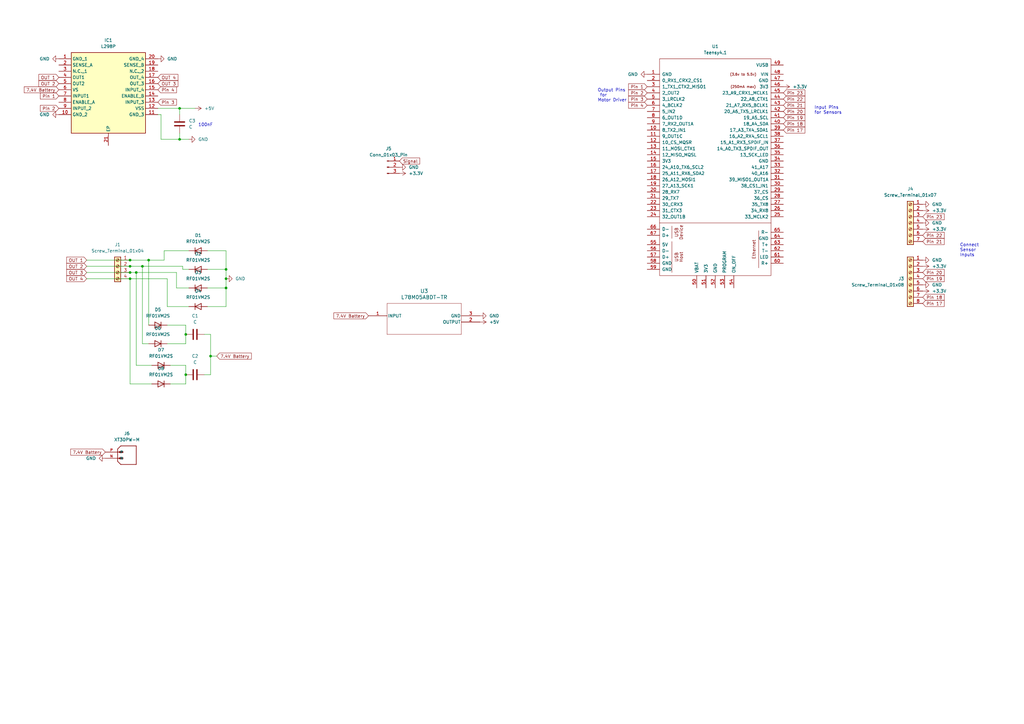
<source format=kicad_sch>
(kicad_sch (version 20230121) (generator eeschema)
  (paper "A3")
  (lib_symbols
    (symbol "Connector:Conn_01x03_Pin" (pin_names (offset 1.016) hide)
      (property "Reference" "J" (at 0 5.08 0))
      (property "Value" "Conn_01x03_Pin" (at 0 -5.08 0))
      (symbol "Conn_01x03_Pin_1_1"
        (polyline (pts (xy 1.27 -2.54) (xy 0.8636 -2.54)) (stroke (width 0.1524)))
        (polyline (pts (xy 1.27 0) (xy 0.8636 0)) (stroke (width 0.1524)))
        (polyline (pts (xy 1.27 2.54) (xy 0.8636 2.54)) (stroke (width 0.1524)))
        (rectangle (start 0.8636 -2.413) (end 0 -2.667) (stroke (width 0.1524)) (fill (type outline)))
        (rectangle (start 0.8636 0.127) (end 0 -0.127) (stroke (width 0.1524)) (fill (type outline)))
        (rectangle (start 0.8636 2.667) (end 0 2.413) (stroke (width 0.1524)) (fill (type outline)))
        (pin passive line (at 5.08 2.54 180) (length 3.81) (name "Pin_1") (number "1"))
        (pin passive line (at 5.08 0 180) (length 3.81) (name "Pin_2") (number "2"))
        (pin passive line (at 5.08 -2.54 180) (length 3.81) (name "Pin_3") (number "3"))
      )
    )
    (symbol "Connector:Screw_Terminal_01x04" (pin_names (offset 1.016) hide)
      (property "Reference" "J" (at 0 5.08 0))
      (property "Value" "Screw_Terminal_01x04" (at 0 -7.62 0))
      (symbol "Screw_Terminal_01x04_1_1"
        (rectangle (start -1.27 3.81) (end 1.27 -6.35) (stroke (width 0.254)) (fill (type background)))
        (circle (center 0 -5.08) (radius 0.635) (stroke (width 0.1524)))
        (circle (center 0 -2.54) (radius 0.635) (stroke (width 0.1524)))
        (polyline (pts (xy -0.5334 -4.7498) (xy 0.3302 -5.588)) (stroke (width 0.1524)))
        (polyline (pts (xy -0.5334 -2.2098) (xy 0.3302 -3.048)) (stroke (width 0.1524)))
        (polyline (pts (xy -0.5334 0.3302) (xy 0.3302 -0.508)) (stroke (width 0.1524)))
        (polyline (pts (xy -0.5334 2.8702) (xy 0.3302 2.032)) (stroke (width 0.1524)))
        (polyline (pts (xy -0.3556 -4.572) (xy 0.508 -5.4102)) (stroke (width 0.1524)))
        (polyline (pts (xy -0.3556 -2.032) (xy 0.508 -2.8702)) (stroke (width 0.1524)))
        (polyline (pts (xy -0.3556 0.508) (xy 0.508 -0.3302)) (stroke (width 0.1524)))
        (polyline (pts (xy -0.3556 3.048) (xy 0.508 2.2098)) (stroke (width 0.1524)))
        (circle (center 0 0) (radius 0.635) (stroke (width 0.1524)))
        (circle (center 0 2.54) (radius 0.635) (stroke (width 0.1524)))
        (pin passive line (at -5.08 2.54 0) (length 3.81) (name "Pin_1") (number "1"))
        (pin passive line (at -5.08 0 0) (length 3.81) (name "Pin_2") (number "2"))
        (pin passive line (at -5.08 -2.54 0) (length 3.81) (name "Pin_3") (number "3"))
        (pin passive line (at -5.08 -5.08 0) (length 3.81) (name "Pin_4") (number "4"))
      )
    )
    (symbol "Connector:Screw_Terminal_01x07" (pin_names (offset 1.016) hide)
      (property "Reference" "J" (at 0 10.16 0))
      (property "Value" "Screw_Terminal_01x07" (at 0 -10.16 0))
      (symbol "Screw_Terminal_01x07_1_1"
        (rectangle (start -1.27 8.89) (end 1.27 -8.89) (stroke (width 0.254)) (fill (type background)))
        (circle (center 0 -7.62) (radius 0.635) (stroke (width 0.1524)))
        (circle (center 0 -5.08) (radius 0.635) (stroke (width 0.1524)))
        (circle (center 0 -2.54) (radius 0.635) (stroke (width 0.1524)))
        (polyline (pts (xy -0.5334 -7.2898) (xy 0.3302 -8.128)) (stroke (width 0.1524)))
        (polyline (pts (xy -0.5334 -4.7498) (xy 0.3302 -5.588)) (stroke (width 0.1524)))
        (polyline (pts (xy -0.5334 -2.2098) (xy 0.3302 -3.048)) (stroke (width 0.1524)))
        (polyline (pts (xy -0.5334 0.3302) (xy 0.3302 -0.508)) (stroke (width 0.1524)))
        (polyline (pts (xy -0.5334 2.8702) (xy 0.3302 2.032)) (stroke (width 0.1524)))
        (polyline (pts (xy -0.5334 5.4102) (xy 0.3302 4.572)) (stroke (width 0.1524)))
        (polyline (pts (xy -0.5334 7.9502) (xy 0.3302 7.112)) (stroke (width 0.1524)))
        (polyline (pts (xy -0.3556 -7.112) (xy 0.508 -7.9502)) (stroke (width 0.1524)))
        (polyline (pts (xy -0.3556 -4.572) (xy 0.508 -5.4102)) (stroke (width 0.1524)))
        (polyline (pts (xy -0.3556 -2.032) (xy 0.508 -2.8702)) (stroke (width 0.1524)))
        (polyline (pts (xy -0.3556 0.508) (xy 0.508 -0.3302)) (stroke (width 0.1524)))
        (polyline (pts (xy -0.3556 3.048) (xy 0.508 2.2098)) (stroke (width 0.1524)))
        (polyline (pts (xy -0.3556 5.588) (xy 0.508 4.7498)) (stroke (width 0.1524)))
        (polyline (pts (xy -0.3556 8.128) (xy 0.508 7.2898)) (stroke (width 0.1524)))
        (circle (center 0 0) (radius 0.635) (stroke (width 0.1524)))
        (circle (center 0 2.54) (radius 0.635) (stroke (width 0.1524)))
        (circle (center 0 5.08) (radius 0.635) (stroke (width 0.1524)))
        (circle (center 0 7.62) (radius 0.635) (stroke (width 0.1524)))
        (pin passive line (at -5.08 7.62 0) (length 3.81) (name "Pin_1") (number "1"))
        (pin passive line (at -5.08 5.08 0) (length 3.81) (name "Pin_2") (number "2"))
        (pin passive line (at -5.08 2.54 0) (length 3.81) (name "Pin_3") (number "3"))
        (pin passive line (at -5.08 0 0) (length 3.81) (name "Pin_4") (number "4"))
        (pin passive line (at -5.08 -2.54 0) (length 3.81) (name "Pin_5") (number "5"))
        (pin passive line (at -5.08 -5.08 0) (length 3.81) (name "Pin_6") (number "6"))
        (pin passive line (at -5.08 -7.62 0) (length 3.81) (name "Pin_7") (number "7"))
      )
    )
    (symbol "Connector:Screw_Terminal_01x08" (pin_names (offset 1.016) hide)
      (property "Reference" "J" (at 0 10.16 0))
      (property "Value" "Screw_Terminal_01x08" (at 0 -12.7 0))
      (symbol "Screw_Terminal_01x08_1_1"
        (rectangle (start -1.27 8.89) (end 1.27 -11.43) (stroke (width 0.254)) (fill (type background)))
        (circle (center 0 -10.16) (radius 0.635) (stroke (width 0.1524)))
        (circle (center 0 -7.62) (radius 0.635) (stroke (width 0.1524)))
        (circle (center 0 -5.08) (radius 0.635) (stroke (width 0.1524)))
        (circle (center 0 -2.54) (radius 0.635) (stroke (width 0.1524)))
        (polyline (pts (xy -0.5334 -9.8298) (xy 0.3302 -10.668)) (stroke (width 0.1524)))
        (polyline (pts (xy -0.5334 -7.2898) (xy 0.3302 -8.128)) (stroke (width 0.1524)))
        (polyline (pts (xy -0.5334 -4.7498) (xy 0.3302 -5.588)) (stroke (width 0.1524)))
        (polyline (pts (xy -0.5334 -2.2098) (xy 0.3302 -3.048)) (stroke (width 0.1524)))
        (polyline (pts (xy -0.5334 0.3302) (xy 0.3302 -0.508)) (stroke (width 0.1524)))
        (polyline (pts (xy -0.5334 2.8702) (xy 0.3302 2.032)) (stroke (width 0.1524)))
        (polyline (pts (xy -0.5334 5.4102) (xy 0.3302 4.572)) (stroke (width 0.1524)))
        (polyline (pts (xy -0.5334 7.9502) (xy 0.3302 7.112)) (stroke (width 0.1524)))
        (polyline (pts (xy -0.3556 -9.652) (xy 0.508 -10.4902)) (stroke (width 0.1524)))
        (polyline (pts (xy -0.3556 -7.112) (xy 0.508 -7.9502)) (stroke (width 0.1524)))
        (polyline (pts (xy -0.3556 -4.572) (xy 0.508 -5.4102)) (stroke (width 0.1524)))
        (polyline (pts (xy -0.3556 -2.032) (xy 0.508 -2.8702)) (stroke (width 0.1524)))
        (polyline (pts (xy -0.3556 0.508) (xy 0.508 -0.3302)) (stroke (width 0.1524)))
        (polyline (pts (xy -0.3556 3.048) (xy 0.508 2.2098)) (stroke (width 0.1524)))
        (polyline (pts (xy -0.3556 5.588) (xy 0.508 4.7498)) (stroke (width 0.1524)))
        (polyline (pts (xy -0.3556 8.128) (xy 0.508 7.2898)) (stroke (width 0.1524)))
        (circle (center 0 0) (radius 0.635) (stroke (width 0.1524)))
        (circle (center 0 2.54) (radius 0.635) (stroke (width 0.1524)))
        (circle (center 0 5.08) (radius 0.635) (stroke (width 0.1524)))
        (circle (center 0 7.62) (radius 0.635) (stroke (width 0.1524)))
        (pin passive line (at -5.08 7.62 0) (length 3.81) (name "Pin_1") (number "1"))
        (pin passive line (at -5.08 5.08 0) (length 3.81) (name "Pin_2") (number "2"))
        (pin passive line (at -5.08 2.54 0) (length 3.81) (name "Pin_3") (number "3"))
        (pin passive line (at -5.08 0 0) (length 3.81) (name "Pin_4") (number "4"))
        (pin passive line (at -5.08 -2.54 0) (length 3.81) (name "Pin_5") (number "5"))
        (pin passive line (at -5.08 -5.08 0) (length 3.81) (name "Pin_6") (number "6"))
        (pin passive line (at -5.08 -7.62 0) (length 3.81) (name "Pin_7") (number "7"))
        (pin passive line (at -5.08 -10.16 0) (length 3.81) (name "Pin_8") (number "8"))
      )
    )
    (symbol "Device:C" (pin_numbers hide) (pin_names (offset 0.254))
      (property "Reference" "C" (at 0.635 2.54 0))
      (property "Value" "C" (at 0.635 -2.54 0))
      (symbol "C_0_1"
        (polyline (pts (xy -2.032 -0.762) (xy 2.032 -0.762)) (stroke (width 0.508)))
        (polyline (pts (xy -2.032 0.762) (xy 2.032 0.762)) (stroke (width 0.508)))
      )
      (symbol "C_1_1"
        (pin passive line (at 0 3.81 270) (length 2.794) (name "~") (number "1"))
        (pin passive line (at 0 -3.81 90) (length 2.794) (name "~") (number "2"))
      )
    )
    (symbol "Diode:RF01VM2S" (pin_numbers hide) (pin_names hide)
      (property "Reference" "D" (at 0 2.54 0))
      (property "Value" "RF01VM2S" (at 0 -2.54 0))
      (symbol "RF01VM2S_0_1"
        (polyline (pts (xy -1.27 1.27) (xy -1.27 -1.27)) (stroke (width 0.254)))
        (polyline (pts (xy 1.27 0) (xy -1.27 0)))
        (polyline (pts (xy 1.27 1.27) (xy 1.27 -1.27) (xy -1.27 0) (xy 1.27 1.27)) (stroke (width 0.254)))
      )
      (symbol "RF01VM2S_1_1"
        (pin passive line (at -3.81 0 0) (length 2.54) (name "K") (number "1"))
        (pin passive line (at 3.81 0 180) (length 2.54) (name "A") (number "2"))
      )
    )
    (symbol "L298P:L298P"
      (property "Reference" "IC" (at 36.83 7.62 0))
      (property "Value" "L298P" (at 36.83 5.08 0))
      (symbol "L298P_1_1"
        (rectangle (start 5.08 2.54) (end 35.56 -30.48) (stroke (width 0.254)) (fill (type background)))
        (pin passive line (at 0 0 0) (length 5.08) (name "GND_1") (number "1"))
        (pin passive line (at 0 -22.86 0) (length 5.08) (name "GND_2") (number "10"))
        (pin passive line (at 40.64 -22.86 180) (length 5.08) (name "GND_3") (number "11"))
        (pin passive line (at 40.64 -20.32 180) (length 5.08) (name "VSS") (number "12"))
        (pin passive line (at 40.64 -17.78 180) (length 5.08) (name "INPUT_3") (number "13"))
        (pin passive line (at 40.64 -15.24 180) (length 5.08) (name "ENABLE_B") (number "14"))
        (pin passive line (at 40.64 -12.7 180) (length 5.08) (name "INPUT_4") (number "15"))
        (pin passive line (at 40.64 -10.16 180) (length 5.08) (name "OUT_3") (number "16"))
        (pin passive line (at 40.64 -7.62 180) (length 5.08) (name "OUT_4") (number "17"))
        (pin passive line (at 40.64 -5.08 180) (length 5.08) (name "N.C._2") (number "18"))
        (pin passive line (at 40.64 -2.54 180) (length 5.08) (name "SENSE_B") (number "19"))
        (pin passive line (at 0 -2.54 0) (length 5.08) (name "SENSE_A") (number "2"))
        (pin passive line (at 40.64 0 180) (length 5.08) (name "GND_4") (number "20"))
        (pin passive line (at 20.32 -35.56 90) (length 5.08) (name "EP") (number "21"))
        (pin passive line (at 0 -5.08 0) (length 5.08) (name "N.C._1") (number "3"))
        (pin passive line (at 0 -7.62 0) (length 5.08) (name "OUT1") (number "4"))
        (pin passive line (at 0 -10.16 0) (length 5.08) (name "OUT2") (number "5"))
        (pin passive line (at 0 -12.7 0) (length 5.08) (name "VS") (number "6"))
        (pin passive line (at 0 -15.24 0) (length 5.08) (name "INPUT1") (number "7"))
        (pin passive line (at 0 -17.78 0) (length 5.08) (name "ENABLE_A") (number "8"))
        (pin passive line (at 0 -20.32 0) (length 5.08) (name "INPUT_2") (number "9"))
      )
    )
    (symbol "L78M05ABDT-TR:L78M05ABDT-TR" (pin_names (offset 0.254))
      (property "Reference" "U" (at 22.86 10.16 0))
      (property "Value" "L78M05ABDT-TR" (at 22.86 7.62 0))
      (symbol "L78M05ABDT-TR_0_1"
        (polyline (pts (xy 7.62 -7.62) (xy 38.1 -7.62)) (stroke (width 0.127)))
        (polyline (pts (xy 7.62 5.08) (xy 7.62 -7.62)) (stroke (width 0.127)))
        (polyline (pts (xy 38.1 -7.62) (xy 38.1 5.08)) (stroke (width 0.127)))
        (polyline (pts (xy 38.1 5.08) (xy 7.62 5.08)) (stroke (width 0.127)))
        (pin input line (at 0 0 0) (length 7.62) (name "INPUT") (number "1"))
        (pin output line (at 45.72 -2.54 180) (length 7.62) (name "OUTPUT") (number "2"))
        (pin power_out line (at 45.72 0 180) (length 7.62) (name "GND") (number "3"))
      )
    )
    (symbol "XT30PW-M:XT30PW-M" (pin_names (offset 1.016))
      (property "Reference" "J" (at -7.62 3.302 0))
      (property "Value" "XT30PW-M" (at -7.62 -7.62 0))
      (symbol "XT30PW-M_0_0"
        (rectangle (start -2.2225 -2.8575) (end -0.635 -2.2225) (stroke (width 0.1)) (fill (type outline)))
        (rectangle (start -2.2225 -0.3175) (end -0.635 0.3175) (stroke (width 0.1)) (fill (type outline)))
        (polyline (pts (xy -7.62 -5.08) (xy -7.62 2.54)) (stroke (width 0.254)))
        (polyline (pts (xy -7.62 2.54) (xy -1.27 2.54)) (stroke (width 0.254)))
        (polyline (pts (xy -1.27 -5.08) (xy -7.62 -5.08)) (stroke (width 0.254)))
        (polyline (pts (xy 0 -3.81) (xy -1.27 -5.08)) (stroke (width 0.254)))
        (polyline (pts (xy 0 -2.54) (xy -1.905 -2.54)) (stroke (width 0.254)))
        (polyline (pts (xy 0 0) (xy -1.905 0)) (stroke (width 0.254)))
        (polyline (pts (xy 0 0) (xy 0 -3.81)) (stroke (width 0.254)))
        (polyline (pts (xy 0 1.27) (xy -1.27 2.54)) (stroke (width 0.254)))
        (polyline (pts (xy 0 1.27) (xy 0 0)) (stroke (width 0.254)))
        (pin power_in line (at 5.08 -2.54 180) (length 5.08) (name "N") (number "N"))
        (pin power_in line (at 5.08 0 180) (length 5.08) (name "P") (number "P"))
      )
    )
    (symbol "power:+3.3V" (power) (pin_names (offset 0))
      (property "Value" "+3.3V" (at 0 3.556 0))
      (symbol "+3.3V_0_1"
        (polyline (pts (xy -0.762 1.27) (xy 0 2.54)))
        (polyline (pts (xy 0 0) (xy 0 2.54)))
        (polyline (pts (xy 0 2.54) (xy 0.762 1.27)))
      )
      (symbol "+3.3V_1_1"
        (pin power_in line (at 0 0 90) (length 0) hide (name "+3.3V") (number "1"))
      )
    )
    (symbol "power:+5V" (power) (pin_names (offset 0))
      (property "Value" "+5V" (at 0 3.556 0))
      (symbol "+5V_0_1"
        (polyline (pts (xy -0.762 1.27) (xy 0 2.54)))
        (polyline (pts (xy 0 0) (xy 0 2.54)))
        (polyline (pts (xy 0 2.54) (xy 0.762 1.27)))
      )
      (symbol "+5V_1_1"
        (pin power_in line (at 0 0 90) (length 0) hide (name "+5V") (number "1"))
      )
    )
    (symbol "power:GND" (power) (pin_names (offset 0))
      (property "Value" "GND" (at 0 -3.81 0))
      (symbol "GND_0_1"
        (polyline (pts (xy 0 0) (xy 0 -1.27) (xy 1.27 -1.27) (xy 0 -2.54) (xy -1.27 -1.27) (xy 0 -1.27)))
      )
      (symbol "GND_1_1"
        (pin power_in line (at 0 0 270) (length 0) hide (name "GND") (number "1"))
      )
    )
    (symbol "teensy:Teensy4.1" (pin_names (offset 1.016))
      (property "Reference" "U" (at 0 64.77 0))
      (property "Value" "Teensy4.1" (at 0 62.23 0))
      (symbol "Teensy4.1_0_0"
        (polyline (pts (xy -22.86 -6.35) (xy 22.86 -6.35)))
        (polyline (pts (xy -17.78 -26.67) (xy -17.78 -13.97)))
        (polyline (pts (xy -17.78 -7.62) (xy -17.78 -12.7)))
        (polyline (pts (xy 17.78 -9.525) (xy 17.78 -24.765)))
        (text "(250mA max)" (at 11.43 49.53 0) (effects (font (size 1.016 1.016))))
        (text "(3.6v to 5.5v)" (at 11.43 54.61 0) (effects (font (size 1.016 1.016))))
        (text "Device" (at -13.97 -10.16 900) (effects (font (size 1.27 1.27))))
        (text "Ethernet" (at 15.875 -17.145 900) (effects (font (size 1.27 1.27))))
        (text "Host" (at -13.97 -20.32 900) (effects (font (size 1.27 1.27))))
        (text "USB" (at -15.875 -20.32 900) (effects (font (size 1.27 1.27))))
        (text "USB" (at -15.875 -10.16 900) (effects (font (size 1.27 1.27))))
        (pin bidirectional line (at -27.94 31.75 0) (length 5.08) (name "8_TX2_IN1") (number "10"))
        (pin bidirectional line (at -27.94 29.21 0) (length 5.08) (name "9_OUT1C") (number "11"))
        (pin bidirectional line (at -27.94 26.67 0) (length 5.08) (name "10_CS_MQSR") (number "12"))
        (pin bidirectional line (at -27.94 24.13 0) (length 5.08) (name "11_MOSI_CTX1") (number "13"))
        (pin bidirectional line (at -27.94 21.59 0) (length 5.08) (name "12_MISO_MQSL") (number "14"))
        (pin power_in line (at -27.94 19.05 0) (length 5.08) (name "3V3") (number "15"))
        (pin bidirectional line (at -27.94 16.51 0) (length 5.08) (name "24_A10_TX6_SCL2") (number "16"))
        (pin bidirectional line (at -27.94 13.97 0) (length 5.08) (name "25_A11_RX6_SDA2") (number "17"))
        (pin bidirectional line (at -27.94 11.43 0) (length 5.08) (name "26_A12_MOSI1") (number "18"))
        (pin bidirectional line (at -27.94 8.89 0) (length 5.08) (name "27_A13_SCK1") (number "19"))
        (pin bidirectional line (at -27.94 6.35 0) (length 5.08) (name "28_RX7") (number "20"))
        (pin bidirectional line (at -27.94 3.81 0) (length 5.08) (name "29_TX7") (number "21"))
        (pin bidirectional line (at -27.94 1.27 0) (length 5.08) (name "30_CRX3") (number "22"))
        (pin bidirectional line (at -27.94 -1.27 0) (length 5.08) (name "31_CTX3") (number "23"))
        (pin bidirectional line (at -27.94 -3.81 0) (length 5.08) (name "32_OUT1B") (number "24"))
        (pin bidirectional line (at 27.94 -3.81 180) (length 5.08) (name "33_MCLK2") (number "25"))
        (pin bidirectional line (at 27.94 -1.27 180) (length 5.08) (name "34_RX8") (number "26"))
        (pin bidirectional line (at 27.94 1.27 180) (length 5.08) (name "35_TX8") (number "27"))
        (pin bidirectional line (at 27.94 3.81 180) (length 5.08) (name "36_CS") (number "28"))
        (pin bidirectional line (at 27.94 6.35 180) (length 5.08) (name "37_CS") (number "29"))
        (pin bidirectional line (at 27.94 8.89 180) (length 5.08) (name "38_CS1_IN1") (number "30"))
        (pin bidirectional line (at 27.94 11.43 180) (length 5.08) (name "39_MISO1_OUT1A") (number "31"))
        (pin bidirectional line (at 27.94 13.97 180) (length 5.08) (name "40_A16") (number "32"))
        (pin bidirectional line (at 27.94 16.51 180) (length 5.08) (name "41_A17") (number "33"))
        (pin bidirectional line (at 27.94 21.59 180) (length 5.08) (name "13_SCK_LED") (number "35"))
        (pin bidirectional line (at 27.94 24.13 180) (length 5.08) (name "14_A0_TX3_SPDIF_OUT") (number "36"))
        (pin bidirectional line (at 27.94 26.67 180) (length 5.08) (name "15_A1_RX3_SPDIF_IN") (number "37"))
        (pin bidirectional line (at 27.94 29.21 180) (length 5.08) (name "16_A2_RX4_SCL1") (number "38"))
        (pin bidirectional line (at 27.94 31.75 180) (length 5.08) (name "17_A3_TX4_SDA1") (number "39"))
        (pin bidirectional line (at 27.94 34.29 180) (length 5.08) (name "18_A4_SDA") (number "40"))
        (pin bidirectional line (at 27.94 36.83 180) (length 5.08) (name "19_A5_SCL") (number "41"))
        (pin bidirectional line (at 27.94 39.37 180) (length 5.08) (name "20_A6_TX5_LRCLK1") (number "42"))
        (pin bidirectional line (at 27.94 41.91 180) (length 5.08) (name "21_A7_RX5_BCLK1") (number "43"))
        (pin bidirectional line (at 27.94 44.45 180) (length 5.08) (name "22_A8_CTX1") (number "44"))
        (pin bidirectional line (at 27.94 46.99 180) (length 5.08) (name "23_A9_CRX1_MCLK1") (number "45"))
        (pin output line (at 27.94 49.53 180) (length 5.08) (name "3V3") (number "46"))
        (pin output line (at 27.94 52.07 180) (length 5.08) (name "GND") (number "47"))
        (pin power_in line (at 27.94 54.61 180) (length 5.08) (name "VIN") (number "48"))
        (pin power_out line (at 27.94 58.42 180) (length 5.08) (name "VUSB") (number "49"))
        (pin bidirectional line (at -27.94 44.45 0) (length 5.08) (name "3_LRCLK2") (number "5"))
        (pin power_in line (at -7.62 -33.02 90) (length 5.08) (name "VBAT") (number "50"))
        (pin power_in line (at -3.81 -33.02 90) (length 5.08) (name "3V3") (number "51"))
        (pin input line (at 0 -33.02 90) (length 5.08) (name "GND") (number "52"))
        (pin input line (at 3.81 -33.02 90) (length 5.08) (name "PROGRAM") (number "53"))
        (pin input line (at 7.62 -33.02 90) (length 5.08) (name "ON_OFF") (number "54"))
        (pin power_out line (at -27.94 -15.24 0) (length 5.08) (name "5V") (number "55"))
        (pin bidirectional line (at -27.94 -17.78 0) (length 5.08) (name "D-") (number "56"))
        (pin bidirectional line (at -27.94 -20.32 0) (length 5.08) (name "D+") (number "57"))
        (pin power_in line (at -27.94 -22.86 0) (length 5.08) (name "GND") (number "58"))
        (pin power_in line (at -27.94 -25.4 0) (length 5.08) (name "GND") (number "59"))
        (pin bidirectional line (at -27.94 41.91 0) (length 5.08) (name "4_BCLK2") (number "6"))
        (pin bidirectional line (at 27.94 -22.86 180) (length 5.08) (name "R+") (number "60"))
        (pin bidirectional line (at 27.94 -20.32 180) (length 5.08) (name "LED") (number "61"))
        (pin bidirectional line (at 27.94 -17.78 180) (length 5.08) (name "T-") (number "62"))
        (pin bidirectional line (at 27.94 -15.24 180) (length 5.08) (name "T+") (number "63"))
        (pin power_in line (at 27.94 -12.7 180) (length 5.08) (name "GND") (number "64"))
        (pin bidirectional line (at 27.94 -10.16 180) (length 5.08) (name "R-") (number "65"))
        (pin bidirectional line (at -27.94 -8.89 0) (length 5.08) (name "D-") (number "66"))
        (pin bidirectional line (at -27.94 -11.43 0) (length 5.08) (name "D+") (number "67"))
        (pin bidirectional line (at -27.94 39.37 0) (length 5.08) (name "5_IN2") (number "7"))
        (pin bidirectional line (at -27.94 36.83 0) (length 5.08) (name "6_OUT1D") (number "8"))
        (pin bidirectional line (at -27.94 34.29 0) (length 5.08) (name "7_RX2_OUT1A") (number "9"))
      )
      (symbol "Teensy4.1_0_1"
        (rectangle (start -22.86 60.96) (end 22.86 -27.94))
        (rectangle (start -20.32 -1.27) (end -20.32 -1.27))
      )
      (symbol "Teensy4.1_1_1"
        (pin power_in line (at -27.94 54.61 0) (length 5.08) (name "GND") (number "1"))
        (pin bidirectional line (at -27.94 52.07 0) (length 5.08) (name "0_RX1_CRX2_CS1") (number "2"))
        (pin bidirectional line (at -27.94 49.53 0) (length 5.08) (name "1_TX1_CTX2_MISO1") (number "3"))
        (pin power_in line (at 27.94 19.05 180) (length 5.08) (name "GND") (number "34"))
        (pin bidirectional line (at -27.94 46.99 0) (length 5.08) (name "2_OUT2") (number "4"))
      )
    )
  )
  (junction (at 92.71 118.11))
  (junction (at 86.36 146.05))
  (junction (at 73.66 57.15))
  (junction (at 92.71 110.49))
  (junction (at 92.71 114.3))
  (junction (at 53.34 109.22))
  (junction (at 58.42 109.22))
  (junction (at 60.96 106.68))
  (junction (at 76.2 137.16))
  (junction (at 53.34 111.76))
  (junction (at 53.34 114.3))
  (junction (at 76.2 153.67))
  (junction (at 73.66 44.45))
  (junction (at 55.88 111.76))
  (junction (at 53.34 106.68))
  (wire (pts (xy 53.34 157.48) (xy 53.34 114.3)))
  (wire (pts (xy 69.85 149.86) (xy 76.2 149.86)))
  (wire (pts (xy 55.88 149.86) (xy 55.88 111.76)))
  (wire (pts (xy 53.34 114.3) (xy 68.58 114.3)))
  (wire (pts (xy 74.93 110.49) (xy 77.47 110.49)))
  (wire (pts (xy 62.23 157.48) (xy 53.34 157.48)))
  (wire (pts (xy 86.36 146.05) (xy 88.9 146.05)))
  (wire (pts (xy 68.58 114.3) (xy 68.58 125.73)))
  (wire (pts (xy 74.93 109.22) (xy 74.93 110.49)))
  (wire (pts (xy 55.88 111.76) (xy 72.39 111.76)))
  (wire (pts (xy 73.66 57.15) (xy 66.04 57.15)))
  (wire (pts (xy 85.09 118.11) (xy 92.71 118.11)))
  (wire (pts (xy 77.47 57.15) (xy 73.66 57.15)))
  (wire (pts (xy 35.56 106.68) (xy 53.34 106.68)))
  (wire (pts (xy 62.23 149.86) (xy 55.88 149.86)))
  (wire (pts (xy 53.34 111.76) (xy 55.88 111.76)))
  (wire (pts (xy 92.71 110.49) (xy 92.71 114.3)))
  (wire (pts (xy 73.66 54.61) (xy 73.66 57.15)))
  (wire (pts (xy 85.09 125.73) (xy 92.71 125.73)))
  (wire (pts (xy 83.82 153.67) (xy 86.36 153.67)))
  (wire (pts (xy 73.66 44.45) (xy 73.66 46.99)))
  (wire (pts (xy 86.36 137.16) (xy 86.36 146.05)))
  (wire (pts (xy 58.42 140.97) (xy 58.42 109.22)))
  (wire (pts (xy 86.36 146.05) (xy 86.36 153.67)))
  (wire (pts (xy 73.66 44.45) (xy 64.77 44.45)))
  (wire (pts (xy 68.58 125.73) (xy 77.47 125.73)))
  (wire (pts (xy 60.96 106.68) (xy 67.31 106.68)))
  (wire (pts (xy 68.58 133.35) (xy 76.2 133.35)))
  (wire (pts (xy 76.2 157.48) (xy 76.2 153.67)))
  (wire (pts (xy 58.42 109.22) (xy 74.93 109.22)))
  (wire (pts (xy 76.2 133.35) (xy 76.2 137.16)))
  (wire (pts (xy 80.01 44.45) (xy 73.66 44.45)))
  (wire (pts (xy 69.85 157.48) (xy 76.2 157.48)))
  (wire (pts (xy 76.2 149.86) (xy 76.2 153.67)))
  (wire (pts (xy 67.31 106.68) (xy 67.31 102.87)))
  (wire (pts (xy 35.56 114.3) (xy 53.34 114.3)))
  (wire (pts (xy 72.39 111.76) (xy 72.39 118.11)))
  (wire (pts (xy 53.34 106.68) (xy 60.96 106.68)))
  (wire (pts (xy 68.58 140.97) (xy 76.2 140.97)))
  (wire (pts (xy 92.71 125.73) (xy 92.71 118.11)))
  (wire (pts (xy 83.82 137.16) (xy 86.36 137.16)))
  (wire (pts (xy 92.71 102.87) (xy 92.71 110.49)))
  (wire (pts (xy 67.31 102.87) (xy 77.47 102.87)))
  (wire (pts (xy 66.04 57.15) (xy 66.04 46.99)))
  (wire (pts (xy 60.96 140.97) (xy 58.42 140.97)))
  (wire (pts (xy 60.96 106.68) (xy 60.96 133.35)))
  (wire (pts (xy 53.34 109.22) (xy 58.42 109.22)))
  (wire (pts (xy 35.56 109.22) (xy 53.34 109.22)))
  (wire (pts (xy 92.71 118.11) (xy 92.71 114.3)))
  (wire (pts (xy 35.56 111.76) (xy 53.34 111.76)))
  (wire (pts (xy 85.09 110.49) (xy 92.71 110.49)))
  (wire (pts (xy 72.39 118.11) (xy 77.47 118.11)))
  (wire (pts (xy 66.04 46.99) (xy 64.77 46.99)))
  (wire (pts (xy 76.2 140.97) (xy 76.2 137.16)))
  (wire (pts (xy 85.09 102.87) (xy 92.71 102.87)))
  (text "Output Pins\n for \nMotor Driver" (at 245.11 41.91 0) (effects (font (size 1.27 1.27)) (justify left bottom)))
  (text "100nF" (at 81.28 52.07 0) (effects (font (size 1.27 1.27)) (justify left bottom)))
  (text "Input Pins \nfor Sensors" (at 334.01 46.99 0) (effects (font (size 1.27 1.27)) (justify left bottom)))
  (text "Connect \nSensor \nInputs" (at 393.7 105.41 0) (effects (font (size 1.27 1.27)) (justify left bottom)))
  (global_label "OUT 4" (shape input) (at 64.77 31.75 0) (property "Intersheetrefs" "${INTERSHEET_REFS}" (effects hide)))
  (global_label "Pin 18" (shape input) (at 321.31 50.8 0) (property "Intersheetrefs" "${INTERSHEET_REFS}" (effects hide)))
  (global_label "OUT 3" (shape input) (at 64.77 34.29 0) (property "Intersheetrefs" "${INTERSHEET_REFS}" (effects hide)))
  (global_label "OUT 4" (shape input) (at 35.56 114.3 180) (property "Intersheetrefs" "${INTERSHEET_REFS}" (effects hide)))
  (global_label "7.4V Battery" (shape input) (at 24.13 36.83 180) (property "Intersheetrefs" "${INTERSHEET_REFS}" (effects hide)))
  (global_label "Pin 17" (shape input) (at 378.46 124.46 0) (property "Intersheetrefs" "${INTERSHEET_REFS}" (effects hide)))
  (global_label "Pin 20" (shape input) (at 378.46 111.76 0) (property "Intersheetrefs" "${INTERSHEET_REFS}" (effects hide)))
  (global_label "Pin 4" (shape input) (at 265.43 43.18 180) (property "Intersheetrefs" "${INTERSHEET_REFS}" (effects hide)))
  (global_label "Pin 21" (shape input) (at 321.31 43.18 0) (property "Intersheetrefs" "${INTERSHEET_REFS}" (effects hide)))
  (global_label "Pin 19" (shape input) (at 378.46 114.3 0) (property "Intersheetrefs" "${INTERSHEET_REFS}" (effects hide)))
  (global_label "7.4V Battery" (shape input) (at 88.9 146.05 0) (property "Intersheetrefs" "${INTERSHEET_REFS}" (effects hide)))
  (global_label "Pin 18" (shape input) (at 378.46 121.92 0) (property "Intersheetrefs" "${INTERSHEET_REFS}" (effects hide)))
  (global_label "OUT 2" (shape input) (at 35.56 109.22 180) (property "Intersheetrefs" "${INTERSHEET_REFS}" (effects hide)))
  (global_label "Pin 21" (shape input) (at 378.46 99.06 0) (property "Intersheetrefs" "${INTERSHEET_REFS}" (effects hide)))
  (global_label "OUT 1" (shape input) (at 35.56 106.68 180) (property "Intersheetrefs" "${INTERSHEET_REFS}" (effects hide)))
  (global_label "OUT 2" (shape input) (at 24.13 34.29 180) (property "Intersheetrefs" "${INTERSHEET_REFS}" (effects hide)))
  (global_label "Pin 23" (shape input) (at 321.31 38.1 0) (property "Intersheetrefs" "${INTERSHEET_REFS}" (effects hide)))
  (global_label "Pin 17" (shape input) (at 321.31 53.34 0) (property "Intersheetrefs" "${INTERSHEET_REFS}" (effects hide)))
  (global_label "Pin 22" (shape input) (at 321.31 40.64 0) (property "Intersheetrefs" "${INTERSHEET_REFS}" (effects hide)))
  (global_label "Pin 3" (shape input) (at 265.43 40.64 180) (property "Intersheetrefs" "${INTERSHEET_REFS}" (effects hide)))
  (global_label "Pin 23" (shape input) (at 378.46 88.9 0) (property "Intersheetrefs" "${INTERSHEET_REFS}" (effects hide)))
  (global_label "7.4V Battery" (shape input) (at 151.13 129.54 180) (property "Intersheetrefs" "${INTERSHEET_REFS}" (effects hide)))
  (global_label "OUT 3" (shape input) (at 35.56 111.76 180) (property "Intersheetrefs" "${INTERSHEET_REFS}" (effects hide)))
  (global_label "Pin 2" (shape input) (at 265.43 38.1 180) (property "Intersheetrefs" "${INTERSHEET_REFS}" (effects hide)))
  (global_label "Pin 1" (shape input) (at 265.43 35.56 180) (property "Intersheetrefs" "${INTERSHEET_REFS}" (effects hide)))
  (global_label "Pin 4" (shape input) (at 64.77 36.83 0) (property "Intersheetrefs" "${INTERSHEET_REFS}" (effects hide)))
  (global_label "Pin 20" (shape input) (at 321.31 45.72 0) (property "Intersheetrefs" "${INTERSHEET_REFS}" (effects hide)))
  (global_label "Signal" (shape input) (at 163.83 66.04 0) (property "Intersheetrefs" "${INTERSHEET_REFS}" (effects hide)))
  (global_label "Pin 19" (shape input) (at 321.31 48.26 0) (property "Intersheetrefs" "${INTERSHEET_REFS}" (effects hide)))
  (global_label "Pin 3" (shape input) (at 64.77 41.91 0) (property "Intersheetrefs" "${INTERSHEET_REFS}" (effects hide)))
  (global_label "7.4V Battery" (shape input) (at 43.18 185.42 180) (property "Intersheetrefs" "${INTERSHEET_REFS}" (effects hide)))
  (global_label "Pin 22" (shape input) (at 378.46 96.52 0) (property "Intersheetrefs" "${INTERSHEET_REFS}" (effects hide)))
  (global_label "Pin 1" (shape input) (at 24.13 39.37 180) (property "Intersheetrefs" "${INTERSHEET_REFS}" (effects hide)))
  (global_label "OUT 1" (shape input) (at 24.13 31.75 180) (property "Intersheetrefs" "${INTERSHEET_REFS}" (effects hide)))
  (global_label "Pin 2" (shape input) (at 24.13 44.45 180) (property "Intersheetrefs" "${INTERSHEET_REFS}" (effects hide)))
  (symbol (lib_id "power:GND") (at 24.13 46.99 270) (unit 1)
    (property "Reference" "#PWR05" (effects hide))
    (property "Value" "GND" (at 20.32 46.99 90) (effects (justify right)))
  )
  (symbol (lib_id "Device:C") (at 80.01 137.16 90) (unit 1)
    (property "Reference" "C1" (at 80.01 129.54 90))
    (property "Value" "C" (at 80.01 132.08 90))
  )
  (symbol (lib_id "Diode:RF01VM2S") (at 66.04 157.48 0) (mirror y) (unit 1)
    (property "Reference" "D8" (at 66.04 151.13 0))
    (property "Value" "RF01VM2S" (at 66.04 153.67 0))
    (property "Footprint" "Diode_SMD:D_SOD-323" (effects hide))
    (property "Datasheet" "https://fscdn.rohm.com/en/products/databook/datasheet/discrete/diode/fast_recovery/rf01vm2s.pdf" (effects hide))
    (property "Sim.Device" "D" (effects hide))
    (property "Sim.Pins" "1=K 2=A" (effects hide))
  )
  (symbol (lib_id "Diode:RF01VM2S") (at 64.77 133.35 0) (mirror y) (unit 1)
    (property "Reference" "D5" (at 64.77 127 0))
    (property "Value" "RF01VM2S" (at 64.77 129.54 0))
    (property "Footprint" "Diode_SMD:D_SOD-323" (effects hide))
    (property "Datasheet" "https://fscdn.rohm.com/en/products/databook/datasheet/discrete/diode/fast_recovery/rf01vm2s.pdf" (effects hide))
    (property "Sim.Device" "D" (effects hide))
    (property "Sim.Pins" "1=K 2=A" (effects hide))
  )
  (symbol (lib_id "power:+3.3V") (at 378.46 119.38 270) (unit 1)
    (property "Reference" "#PWR013" (effects hide))
    (property "Value" "+3.3V" (at 382.27 119.38 90) (effects (justify left)))
  )
  (symbol (lib_id "teensy:Teensy4.1") (at 293.37 85.09 0) (unit 1)
    (property "Reference" "U1" (at 293.37 19.05 0))
    (property "Value" "Teensy4.1" (at 293.37 21.59 0))
    (property "Footprint" "RW_Wasabi:Teensy41" (effects hide))
  )
  (symbol (lib_id "Diode:RF01VM2S") (at 81.28 110.49 0) (unit 1)
    (property "Reference" "D2" (at 81.28 104.14 0))
    (property "Value" "RF01VM2S" (at 81.28 106.68 0))
    (property "Footprint" "Diode_SMD:D_SOD-323" (effects hide))
    (property "Datasheet" "https://fscdn.rohm.com/en/products/databook/datasheet/discrete/diode/fast_recovery/rf01vm2s.pdf" (effects hide))
    (property "Sim.Device" "D" (effects hide))
    (property "Sim.Pins" "1=K 2=A" (effects hide))
  )
  (symbol (lib_id "power:+3.3V") (at 321.31 35.56 270) (unit 1)
    (property "Reference" "#PWR017" (effects hide))
    (property "Value" "+3.3V" (at 325.12 35.56 90) (effects (justify left)))
  )
  (symbol (lib_id "power:+3.3V") (at 378.46 86.36 270) (unit 1)
    (property "Reference" "#PWR020" (effects hide))
    (property "Value" "+3.3V" (at 382.27 86.36 90) (effects (justify left)))
  )
  (symbol (lib_id "Connector:Screw_Terminal_01x07") (at 373.38 91.44 0) (mirror y) (unit 1)
    (property "Reference" "J4" (at 373.38 77.47 0))
    (property "Value" "Screw_Terminal_01x07" (at 373.38 80.01 0))
  )
  (symbol (lib_id "power:GND") (at 64.77 24.13 90) (unit 1)
    (property "Reference" "#PWR02" (effects hide))
    (property "Value" "GND" (at 68.58 24.13 90) (effects (justify right)))
  )
  (symbol (lib_id "power:+5V") (at 196.85 132.08 270) (unit 1)
    (property "Reference" "#PWR011" (effects hide))
    (property "Value" "+5V" (at 200.66 132.08 90) (effects (justify left)))
  )
  (symbol (lib_id "L298P:L298P") (at 24.13 24.13 0) (unit 1)
    (property "Reference" "IC1" (at 44.45 16.51 0))
    (property "Value" "L298P" (at 44.45 19.05 0))
    (property "Footprint" "RW_Wasabi:L298P" (effects hide))
    (property "Datasheet" "https://datasheet.datasheetarchive.com/originals/distributors/Datasheets-32/DSA-634400.pdf" (effects hide))
    (property "Height" "3.6" (effects hide))
    (property "Mouser Part Number" "511-L298P" (effects hide))
    (property "Mouser Price/Stock" "https://www.mouser.co.uk/ProductDetail/STMicroelectronics/L298P?qs=lDh9v96ogBZNJERYYNX11w%3D%3D" (effects hide))
    (property "Manufacturer_Name" "STMicroelectronics" (effects hide))
    (property "Manufacturer_Part_Number" "L298P" (effects hide))
  )
  (symbol (lib_id "power:+3.3V") (at 378.46 109.22 270) (unit 1)
    (property "Reference" "#PWR015" (effects hide))
    (property "Value" "+3.3V" (at 382.27 109.22 90) (effects (justify left)))
  )
  (symbol (lib_id "Connector:Conn_01x03_Pin") (at 158.75 68.58 0) (unit 1)
    (property "Reference" "J5" (at 159.385 60.96 0))
    (property "Value" "Conn_01x03_Pin" (at 159.385 63.5 0))
    (property "Footprint" "Connector:FanPinHeader_1x03_P2.54mm_Vertical" (effects hide))
  )
  (symbol (lib_id "power:GND") (at 265.43 30.48 270) (unit 1)
    (property "Reference" "#PWR01" (effects hide))
    (property "Value" "GND" (at 261.62 30.48 90) (effects (justify right)))
  )
  (symbol (lib_id "power:+3.3V") (at 163.83 71.12 270) (unit 1)
    (property "Reference" "#PWR021" (effects hide))
    (property "Value" "+3.3V" (at 167.64 71.12 90) (effects (justify left)))
  )
  (symbol (lib_id "L78M05ABDT-TR:L78M05ABDT-TR") (at 151.13 129.54 0) (unit 1)
    (property "Reference" "U3" (at 173.99 119.38 0) (effects (font (size 1.524 1.524))))
    (property "Value" "L78M05ABDT-TR" (at 173.99 121.92 0) (effects (font (size 1.524 1.524))))
    (property "Footprint" "DPAK_STM" (effects hide))
    (property "Datasheet" "L78M05ABDT-TR" (effects hide))
  )
  (symbol (lib_id "power:+3.3V") (at 378.46 93.98 270) (unit 1)
    (property "Reference" "#PWR018" (effects hide))
    (property "Value" "+3.3V" (at 382.27 93.98 90) (effects (justify left)))
  )
  (symbol (lib_id "Diode:RF01VM2S") (at 81.28 118.11 0) (unit 1)
    (property "Reference" "D3" (at 81.28 111.76 0))
    (property "Value" "RF01VM2S" (at 81.28 114.3 0))
    (property "Footprint" "Diode_SMD:D_SOD-323" (effects hide))
    (property "Datasheet" "https://fscdn.rohm.com/en/products/databook/datasheet/discrete/diode/fast_recovery/rf01vm2s.pdf" (effects hide))
    (property "Sim.Device" "D" (effects hide))
    (property "Sim.Pins" "1=K 2=A" (effects hide))
  )
  (symbol (lib_id "Connector:Screw_Terminal_01x04") (at 48.26 109.22 0) (mirror y) (unit 1)
    (property "Reference" "J1" (at 48.26 100.33 0))
    (property "Value" "Screw_Terminal_01x04" (at 48.26 102.87 0))
  )
  (symbol (lib_id "Diode:RF01VM2S") (at 81.28 102.87 0) (unit 1)
    (property "Reference" "D1" (at 81.28 96.52 0))
    (property "Value" "RF01VM2S" (at 81.28 99.06 0))
    (property "Footprint" "Diode_SMD:D_SOD-323" (effects hide))
    (property "Datasheet" "https://fscdn.rohm.com/en/products/databook/datasheet/discrete/diode/fast_recovery/rf01vm2s.pdf" (effects hide))
    (property "Sim.Device" "D" (effects hide))
    (property "Sim.Pins" "1=K 2=A" (effects hide))
  )
  (symbol (lib_id "Diode:RF01VM2S") (at 81.28 125.73 0) (unit 1)
    (property "Reference" "D4" (at 81.28 119.38 0))
    (property "Value" "RF01VM2S" (at 81.28 121.92 0))
    (property "Footprint" "Diode_SMD:D_SOD-323" (effects hide))
    (property "Datasheet" "https://fscdn.rohm.com/en/products/databook/datasheet/discrete/diode/fast_recovery/rf01vm2s.pdf" (effects hide))
    (property "Sim.Device" "D" (effects hide))
    (property "Sim.Pins" "1=K 2=A" (effects hide))
  )
  (symbol (lib_id "power:+5V") (at 80.01 44.45 270) (mirror x) (unit 1)
    (property "Reference" "#PWR08" (effects hide))
    (property "Value" "+5V" (at 83.82 44.45 90) (effects (justify left)))
  )
  (symbol (lib_id "power:GND") (at 378.46 116.84 90) (unit 1)
    (property "Reference" "#PWR012" (effects hide))
    (property "Value" "GND" (at 382.27 116.84 90) (effects (justify right)))
  )
  (symbol (lib_id "XT30PW-M:XT30PW-M") (at 48.26 185.42 0) (mirror y) (unit 1)
    (property "Reference" "J6" (at 52.07 177.8 0))
    (property "Value" "XT30PW-M" (at 52.07 180.34 0))
    (property "Footprint" "XT30PW-M:AMASS_XT30PW-M" (effects hide))
    (property "MF" "AMASS" (effects hide))
    (property "MAXIMUM_PACKAGE_HEIGHT" "5 mm" (effects hide))
    (property "Package" "None" (effects hide))
    (property "Price" "None" (effects hide))
    (property "Check_prices" "https://www.snapeda.com/parts/XT30PW-M/AMASS/view-part/?ref=eda" (effects hide))
    (property "STANDARD" "Manufacturer Recommendations" (effects hide))
    (property "PARTREV" "1.2" (effects hide))
    (property "SnapEDA_Link" "https://www.snapeda.com/parts/XT30PW-M/AMASS/view-part/?ref=snap" (effects hide))
    (property "MP" "XT30PW-M" (effects hide))
    (property "Description" "\nSocket; DC supply; XT30; male; PIN: 2; on PCBs; THT; Colour: yellow\n" (effects hide))
    (property "MANUFACTURER" "Amass" (effects hide))
    (property "Availability" "Not in stock" (effects hide))
    (property "SNAPEDA_PN" "XT30PW-M" (effects hide))
  )
  (symbol (lib_id "Connector:Screw_Terminal_01x08") (at 373.38 114.3 0) (mirror y) (unit 1)
    (property "Reference" "J3" (at 370.84 114.3 0) (effects (justify left)))
    (property "Value" "Screw_Terminal_01x08" (at 370.84 116.84 0) (effects (justify left)))
  )
  (symbol (lib_id "power:GND") (at 43.18 187.96 270) (unit 1)
    (property "Reference" "#PWR09" (effects hide))
    (property "Value" "GND" (at 39.37 187.96 90) (effects (justify right)))
  )
  (symbol (lib_id "power:GND") (at 378.46 91.44 90) (unit 1)
    (property "Reference" "#PWR016" (effects hide))
    (property "Value" "GND" (at 382.27 91.44 90) (effects (justify right)))
  )
  (symbol (lib_id "power:GND") (at 378.46 83.82 90) (unit 1)
    (property "Reference" "#PWR019" (effects hide))
    (property "Value" "GND" (at 382.27 83.82 90) (effects (justify right)))
  )
  (symbol (lib_id "Device:C") (at 80.01 153.67 90) (unit 1)
    (property "Reference" "C2" (at 80.01 146.05 90))
    (property "Value" "C" (at 80.01 148.59 90))
  )
  (symbol (lib_id "power:GND") (at 163.83 68.58 90) (unit 1)
    (property "Reference" "#PWR07" (effects hide))
    (property "Value" "GND" (at 167.64 68.58 90) (effects (justify right)))
  )
  (symbol (lib_id "Diode:RF01VM2S") (at 66.04 149.86 0) (mirror y) (unit 1)
    (property "Reference" "D7" (at 66.04 143.51 0))
    (property "Value" "RF01VM2S" (at 66.04 146.05 0))
    (property "Footprint" "Diode_SMD:D_SOD-323" (effects hide))
    (property "Datasheet" "https://fscdn.rohm.com/en/products/databook/datasheet/discrete/diode/fast_recovery/rf01vm2s.pdf" (effects hide))
    (property "Sim.Device" "D" (effects hide))
    (property "Sim.Pins" "1=K 2=A" (effects hide))
  )
  (symbol (lib_id "power:GND") (at 92.71 114.3 90) (unit 1)
    (property "Reference" "#PWR06" (effects hide))
    (property "Value" "GND" (at 96.52 114.3 90) (effects (justify right)))
  )
  (symbol (lib_id "power:GND") (at 196.85 129.54 90) (unit 1)
    (property "Reference" "#PWR010" (effects hide))
    (property "Value" "GND" (at 200.66 129.54 90) (effects (justify right)))
  )
  (symbol (lib_id "power:GND") (at 24.13 24.13 270) (unit 1)
    (property "Reference" "#PWR04" (effects hide))
    (property "Value" "GND" (at 20.32 24.13 90) (effects (justify right)))
  )
  (symbol (lib_id "power:GND") (at 77.47 57.15 90) (unit 1)
    (property "Reference" "#PWR03" (effects hide))
    (property "Value" "GND" (at 81.28 57.15 90) (effects (justify right)))
  )
  (symbol (lib_id "power:GND") (at 378.46 106.68 90) (unit 1)
    (property "Reference" "#PWR014" (effects hide))
    (property "Value" "GND" (at 382.27 106.68 90) (effects (justify right)))
  )
  (symbol (lib_id "Diode:RF01VM2S") (at 64.77 140.97 0) (mirror y) (unit 1)
    (property "Reference" "D6" (at 64.77 134.62 0))
    (property "Value" "RF01VM2S" (at 64.77 137.16 0))
    (property "Footprint" "Diode_SMD:D_SOD-323" (effects hide))
    (property "Datasheet" "https://fscdn.rohm.com/en/products/databook/datasheet/discrete/diode/fast_recovery/rf01vm2s.pdf" (effects hide))
    (property "Sim.Device" "D" (effects hide))
    (property "Sim.Pins" "1=K 2=A" (effects hide))
  )
  (symbol (lib_id "Device:C") (at 73.66 50.8 180) (unit 1)
    (property "Reference" "C3" (at 77.47 49.53 0) (effects (justify right)))
    (property "Value" "C" (at 77.47 52.07 0) (effects (justify right)))
  )
)
</source>
